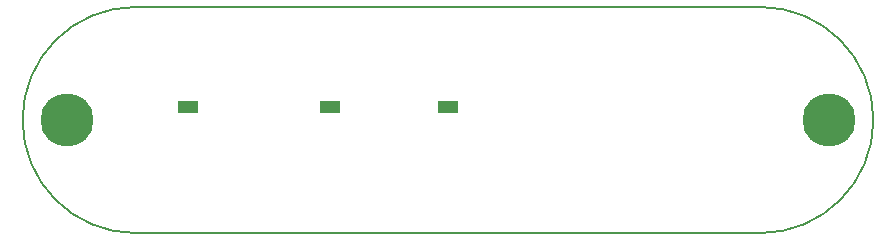
<source format=gtl>
G04*
G04 #@! TF.GenerationSoftware,Altium Limited,Altium Designer,19.0.15 (446)*
G04*
G04 Layer_Physical_Order=1*
G04 Layer_Color=255*
%FSLAX44Y44*%
%MOMM*%
G71*
G01*
G75*
%ADD14C,0.2000*%
%ADD15C,4.5000*%
%ADD18R,0.1000X0.1000*%
%ADD19R,1.8000X1.0500*%
D14*
X-264450Y95750D02*
G03*
X-264450Y-95750I0J-95750D01*
G01*
X264450D02*
G03*
X264450Y95750I0J95750D01*
G01*
X-264450Y-95750D02*
X264450D01*
X-264450Y95750D02*
X264450D01*
D15*
X-322650Y0D02*
D03*
X322650D02*
D03*
D18*
X240000Y-24000D02*
D03*
D19*
X0Y11100D02*
D03*
X-100000D02*
D03*
X-220000D02*
D03*
M02*

</source>
